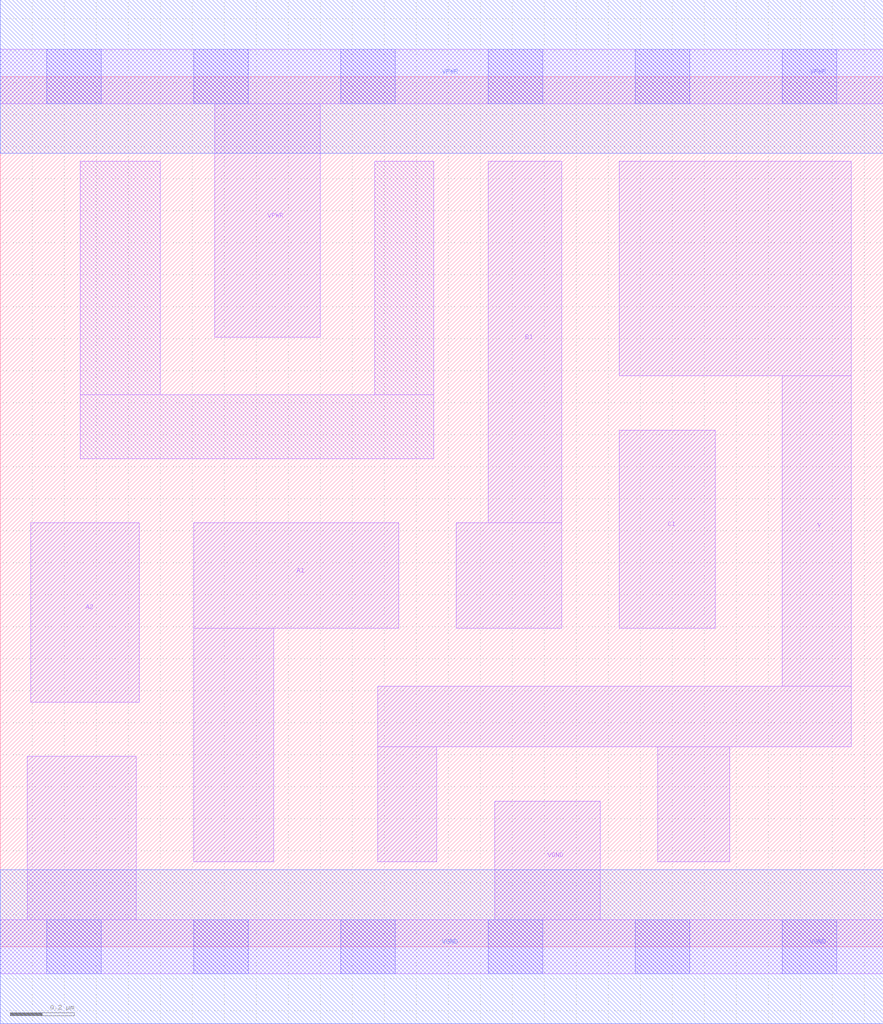
<source format=lef>
# Copyright 2020 The SkyWater PDK Authors
#
# Licensed under the Apache License, Version 2.0 (the "License");
# you may not use this file except in compliance with the License.
# You may obtain a copy of the License at
#
#     https://www.apache.org/licenses/LICENSE-2.0
#
# Unless required by applicable law or agreed to in writing, software
# distributed under the License is distributed on an "AS IS" BASIS,
# WITHOUT WARRANTIES OR CONDITIONS OF ANY KIND, either express or implied.
# See the License for the specific language governing permissions and
# limitations under the License.
#
# SPDX-License-Identifier: Apache-2.0

VERSION 5.7 ;
  NAMESCASESENSITIVE ON ;
  NOWIREEXTENSIONATPIN ON ;
  DIVIDERCHAR "/" ;
  BUSBITCHARS "[]" ;
UNITS
  DATABASE MICRONS 200 ;
END UNITS
MACRO sky130_fd_sc_hd__a211oi_1
  CLASS CORE ;
  SOURCE USER ;
  FOREIGN sky130_fd_sc_hd__a211oi_1 ;
  ORIGIN  0.000000  0.000000 ;
  SIZE  2.760000 BY  2.720000 ;
  SYMMETRY X Y R90 ;
  SITE unithd ;
  PIN A1
    ANTENNAGATEAREA  0.247500 ;
    DIRECTION INPUT ;
    USE SIGNAL ;
    PORT
      LAYER li1 ;
        RECT 0.605000 0.265000 0.855000 0.995000 ;
        RECT 0.605000 0.995000 1.245000 1.325000 ;
    END
  END A1
  PIN A2
    ANTENNAGATEAREA  0.247500 ;
    DIRECTION INPUT ;
    USE SIGNAL ;
    PORT
      LAYER li1 ;
        RECT 0.095000 0.765000 0.435000 1.325000 ;
    END
  END A2
  PIN B1
    ANTENNAGATEAREA  0.247500 ;
    DIRECTION INPUT ;
    USE SIGNAL ;
    PORT
      LAYER li1 ;
        RECT 1.425000 0.995000 1.755000 1.325000 ;
        RECT 1.525000 1.325000 1.755000 2.455000 ;
    END
  END B1
  PIN C1
    ANTENNAGATEAREA  0.247500 ;
    DIRECTION INPUT ;
    USE SIGNAL ;
    PORT
      LAYER li1 ;
        RECT 1.935000 0.995000 2.235000 1.615000 ;
    END
  END C1
  PIN Y
    ANTENNADIFFAREA  0.619250 ;
    DIRECTION OUTPUT ;
    USE SIGNAL ;
    PORT
      LAYER li1 ;
        RECT 1.180000 0.265000 1.365000 0.625000 ;
        RECT 1.180000 0.625000 2.660000 0.815000 ;
        RECT 1.935000 1.785000 2.660000 2.455000 ;
        RECT 2.055000 0.265000 2.280000 0.625000 ;
        RECT 2.445000 0.815000 2.660000 1.785000 ;
    END
  END Y
  PIN VGND
    DIRECTION INOUT ;
    SHAPE ABUTMENT ;
    USE GROUND ;
    PORT
      LAYER li1 ;
        RECT 0.000000 -0.085000 2.760000 0.085000 ;
        RECT 0.085000  0.085000 0.425000 0.595000 ;
        RECT 1.545000  0.085000 1.875000 0.455000 ;
      LAYER mcon ;
        RECT 0.145000 -0.085000 0.315000 0.085000 ;
        RECT 0.605000 -0.085000 0.775000 0.085000 ;
        RECT 1.065000 -0.085000 1.235000 0.085000 ;
        RECT 1.525000 -0.085000 1.695000 0.085000 ;
        RECT 1.985000 -0.085000 2.155000 0.085000 ;
        RECT 2.445000 -0.085000 2.615000 0.085000 ;
      LAYER met1 ;
        RECT 0.000000 -0.240000 2.760000 0.240000 ;
    END
  END VGND
  PIN VPWR
    DIRECTION INOUT ;
    SHAPE ABUTMENT ;
    USE POWER ;
    PORT
      LAYER li1 ;
        RECT 0.000000 2.635000 2.760000 2.805000 ;
        RECT 0.670000 1.905000 1.000000 2.635000 ;
      LAYER mcon ;
        RECT 0.145000 2.635000 0.315000 2.805000 ;
        RECT 0.605000 2.635000 0.775000 2.805000 ;
        RECT 1.065000 2.635000 1.235000 2.805000 ;
        RECT 1.525000 2.635000 1.695000 2.805000 ;
        RECT 1.985000 2.635000 2.155000 2.805000 ;
        RECT 2.445000 2.635000 2.615000 2.805000 ;
      LAYER met1 ;
        RECT 0.000000 2.480000 2.760000 2.960000 ;
    END
  END VPWR
  OBS
    LAYER li1 ;
      RECT 0.250000 1.525000 1.355000 1.725000 ;
      RECT 0.250000 1.725000 0.500000 2.455000 ;
      RECT 1.170000 1.725000 1.355000 2.455000 ;
  END
END sky130_fd_sc_hd__a211oi_1

</source>
